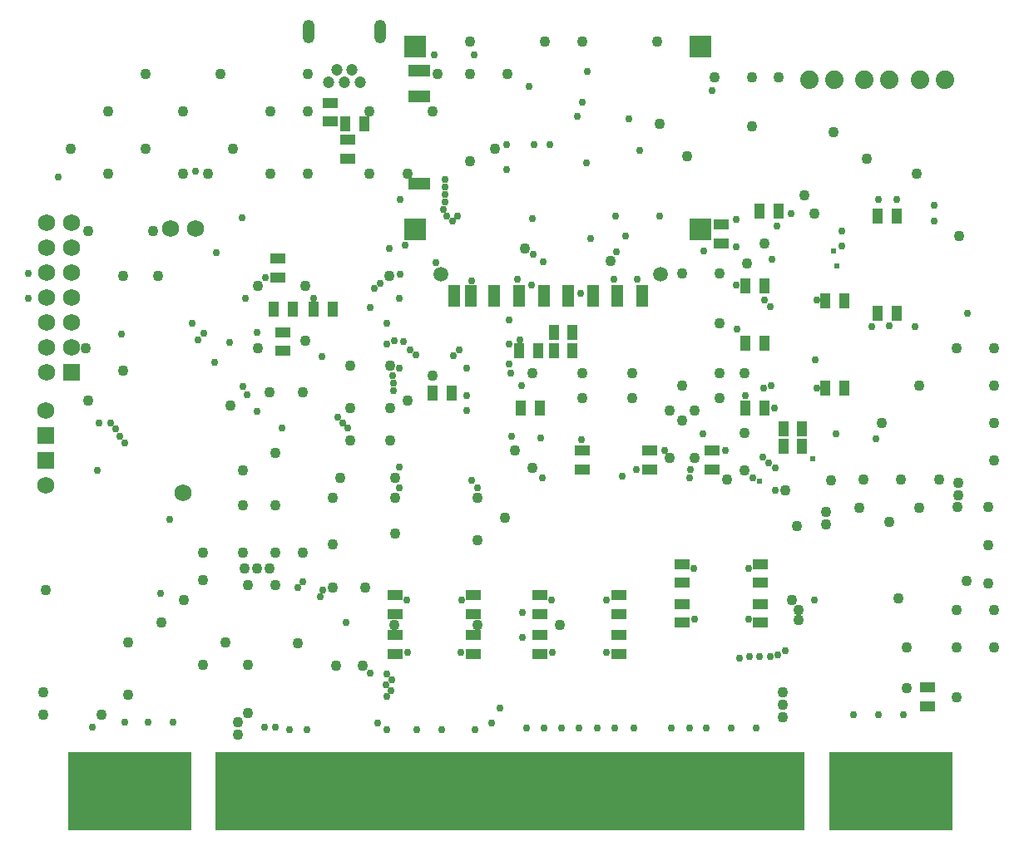
<source format=gbs>
G04 This is an RS-274x file exported by *
G04 gerbv version 2.4.0 *
G04 More information is available about gerbv at *
G04 http://gerbv.gpleda.org/ *
G04 --End of header info--*
%MOIN*%
%FSLAX23Y23*%
%IPPOS*%
G04 --Define apertures--*
%ADD10C,0.0080*%
%ADD11R,0.0680X0.0680*%
%ADD12C,0.0680*%
%ADD13C,0.0474*%
%ADD14O,0.0474X0.0946*%
%ADD15C,0.0740*%
%ADD16R,0.4929X0.3158*%
%ADD17R,2.3630X0.3158*%
%ADD18R,0.0430X0.0630*%
%ADD19R,0.0630X0.0430*%
%ADD20C,0.0592*%
%ADD21R,0.0513X0.0867*%
%ADD22R,0.0867X0.0867*%
%ADD23R,0.0867X0.0474*%
%ADD24C,0.0298*%
%ADD25C,0.0430*%
%ADD26C,0.0237*%
G04 --Start main section--*
G54D11*
G01X03850Y-3850D03*
G54D12*
G01X03850Y-3750D03*
G54D13*
G01X05014Y-2386D03*
G01X05045Y-2434D03*
G01X05077Y-2386D03*
G01X05108Y-2434D03*
G01X04982Y-2434D03*
G54D14*
G01X04901Y-2233D03*
G01X05189Y-2233D03*
G54D11*
G01X03850Y-3950D03*
G54D12*
G01X03850Y-4050D03*
G01X04400Y-4080D03*
G01X04450Y-3020D03*
G01X04350Y-3020D03*
G54D15*
G01X07130Y-2425D03*
G01X07230Y-2425D03*
G01X07353Y-2425D03*
G01X07453Y-2425D03*
G54D11*
G01X03952Y-3599D03*
G54D12*
G01X03852Y-3599D03*
G01X03952Y-3499D03*
G01X03852Y-3499D03*
G01X03952Y-3399D03*
G01X03852Y-3399D03*
G01X03952Y-3299D03*
G01X03852Y-3299D03*
G01X03952Y-3199D03*
G01X03852Y-3199D03*
G01X03952Y-3099D03*
G01X03852Y-3099D03*
G01X03952Y-2999D03*
G01X03852Y-2999D03*
G54D15*
G01X06908Y-2425D03*
G01X07008Y-2425D03*
G54D16*
G01X07236Y-5279D03*
G01X04184Y-5279D03*
G54D17*
G01X05710Y-5279D03*
G54D18*
G01X05884Y-3437D03*
G01X05959Y-3437D03*
G01X05050Y-2602D03*
G01X05125Y-2602D03*
G01X07258Y-3360D03*
G01X07183Y-3360D03*
G01X07183Y-2970D03*
G01X07258Y-2970D03*
G54D19*
G01X06398Y-4602D03*
G01X06398Y-4527D03*
G01X05830Y-4727D03*
G01X05830Y-4652D03*
G01X05248Y-4727D03*
G01X05248Y-4652D03*
G01X06398Y-4367D03*
G01X06398Y-4442D03*
G01X05830Y-4492D03*
G01X05830Y-4567D03*
G01X05248Y-4492D03*
G01X05248Y-4567D03*
G54D18*
G01X06973Y-3310D03*
G01X07048Y-3310D03*
G01X06728Y-3480D03*
G01X06653Y-3480D03*
G54D19*
G01X06270Y-3987D03*
G01X06270Y-3912D03*
G54D18*
G01X05746Y-3512D03*
G01X05821Y-3512D03*
G54D19*
G01X06000Y-3987D03*
G01X06000Y-3912D03*
G01X06520Y-3987D03*
G01X06520Y-3912D03*
G54D18*
G01X06728Y-3740D03*
G01X06653Y-3740D03*
G01X06728Y-3250D03*
G01X06653Y-3250D03*
G54D19*
G01X06555Y-3005D03*
G01X06555Y-3080D03*
G54D18*
G01X05753Y-3740D03*
G01X05828Y-3740D03*
G54D19*
G01X07383Y-4937D03*
G01X07383Y-4862D03*
G54D18*
G01X05475Y-3682D03*
G01X05400Y-3682D03*
G01X06973Y-3660D03*
G01X07048Y-3660D03*
G01X05884Y-3512D03*
G01X05959Y-3512D03*
G01X04763Y-3345D03*
G01X04838Y-3345D03*
G54D19*
G01X04780Y-3142D03*
G01X04780Y-3217D03*
G54D18*
G01X04998Y-3345D03*
G01X04923Y-3345D03*
G54D19*
G01X04798Y-3512D03*
G01X04798Y-3437D03*
G01X05563Y-4492D03*
G01X05563Y-4567D03*
G01X06145Y-4492D03*
G01X06145Y-4567D03*
G01X06713Y-4367D03*
G01X06713Y-4442D03*
G01X06713Y-4602D03*
G01X06713Y-4527D03*
G01X06145Y-4727D03*
G01X06145Y-4652D03*
G01X05563Y-4727D03*
G01X05563Y-4652D03*
G54D20*
G01X05431Y-3205D03*
G01X06313Y-3205D03*
G54D21*
G01X06139Y-3291D03*
G01X06041Y-3291D03*
G01X05942Y-3291D03*
G01X05844Y-3291D03*
G01X05745Y-3291D03*
G01X05647Y-3291D03*
G01X05552Y-3291D03*
G01X05485Y-3291D03*
G01X06238Y-3291D03*
G54D22*
G01X06471Y-3026D03*
G01X06471Y-2291D03*
G01X05329Y-3026D03*
G01X05329Y-2291D03*
G54D23*
G01X05345Y-2843D03*
G01X05345Y-2490D03*
G01X05345Y-2388D03*
G54D18*
G01X06805Y-3825D03*
G01X06880Y-3825D03*
G01X06785Y-2950D03*
G01X06710Y-2950D03*
G01X06805Y-3895D03*
G01X06880Y-3895D03*
G54D19*
G01X05058Y-2665D03*
G01X05058Y-2740D03*
G01X04988Y-2517D03*
G01X04988Y-2592D03*
G54D25*
G01X06996Y-4032D03*
G54D24*
G01X05535Y-3692D03*
G01X06938Y-3307D03*
G01X06938Y-3662D03*
G01X07541Y-3360D03*
G01X07230Y-3413D03*
G54D25*
G01X06400Y-3791D03*
G54D24*
G01X06015Y-2757D03*
G01X05750Y-3469D03*
G01X06724Y-3663D03*
G01X06137Y-3116D03*
G01X05754Y-3650D03*
G01X06751Y-3336D03*
G01X06228Y-2707D03*
G01X06433Y-3987D03*
G01X06215Y-3987D03*
G01X06683Y-4020D03*
G01X05843Y-3155D03*
G01X06614Y-2984D03*
G01X05695Y-2785D03*
G01X07409Y-2929D03*
G01X04347Y-4189D03*
G54D25*
G01X04745Y-3677D03*
G54D24*
G01X05695Y-2686D03*
G01X05705Y-3387D03*
G54D25*
G01X07503Y-4137D03*
G01X07505Y-4090D03*
G01X07505Y-4043D03*
G54D24*
G01X04648Y-3300D03*
G01X05807Y-2686D03*
G01X07184Y-2906D03*
G01X06309Y-2973D03*
G01X06132Y-2973D03*
G01X05799Y-2980D03*
G01X06760Y-3146D03*
G01X06728Y-3307D03*
G01X06756Y-3653D03*
G01X06768Y-3740D03*
G01X05713Y-3602D03*
G01X06428Y-4022D03*
G01X06160Y-4015D03*
G01X05838Y-4022D03*
G01X05715Y-3855D03*
G54D25*
G01X04745Y-4385D03*
G01X04695Y-4385D03*
G01X04645Y-4385D03*
G54D24*
G01X05295Y-4510D03*
G01X05515Y-4510D03*
G01X06095Y-4510D03*
G01X05875Y-4510D03*
G01X06665Y-4385D03*
G01X06445Y-4385D03*
G01X06928Y-4512D03*
G01X04308Y-4485D03*
G54D25*
G01X04658Y-4965D03*
G54D24*
G01X05051Y-4601D03*
G54D25*
G01X07540Y-4435D03*
G01X07265Y-4505D03*
G54D24*
G01X05298Y-4720D03*
G01X06665Y-4587D03*
G01X06448Y-4587D03*
G01X06095Y-4720D03*
G01X05878Y-4720D03*
G01X05513Y-4720D03*
G54D25*
G01X04620Y-5052D03*
G01X04620Y-5002D03*
G54D24*
G01X05404Y-2324D03*
G01X05564Y-2324D03*
G01X04450Y-2790D03*
G01X04483Y-3440D03*
G01X06518Y-2469D03*
G01X06187Y-2581D03*
G01X04435Y-3400D03*
G01X04153Y-3445D03*
G01X05670Y-4945D03*
G01X06630Y-4745D03*
G01X06668Y-4737D03*
G01X07085Y-4970D03*
G01X05635Y-5005D03*
G01X05775Y-5025D03*
G01X05845Y-5025D03*
G01X06595Y-5025D03*
G01X06695Y-5025D03*
G01X05915Y-5025D03*
G01X05985Y-5025D03*
G01X06060Y-5025D03*
G01X06130Y-5025D03*
G01X06205Y-5025D03*
G01X06355Y-5025D03*
G01X06430Y-5025D03*
G01X06495Y-5025D03*
G01X04770Y-5020D03*
G01X05180Y-5005D03*
G01X05570Y-5030D03*
G01X05435Y-5030D03*
G01X05335Y-5030D03*
G01X05215Y-5030D03*
G01X05233Y-4875D03*
G01X04360Y-5000D03*
G01X05215Y-4897D03*
G01X05235Y-4830D03*
G01X04260Y-5000D03*
G01X05213Y-4852D03*
G01X05148Y-4805D03*
G01X05215Y-4807D03*
G01X04165Y-5000D03*
G01X06708Y-4737D03*
G01X07185Y-4970D03*
G01X06753Y-4737D03*
G01X06783Y-4732D03*
G01X07285Y-4970D03*
G01X06813Y-4715D03*
G01X04035Y-5020D03*
G01X05265Y-4060D03*
G01X05580Y-4060D03*
G01X04880Y-4437D03*
G01X04960Y-4470D03*
G01X04858Y-4460D03*
G01X04950Y-4497D03*
G01X04895Y-5030D03*
G01X04825Y-5030D03*
G01X04795Y-3823D03*
G01X04146Y-3854D03*
G01X05310Y-3509D03*
G01X05243Y-3640D03*
G01X05038Y-3800D03*
G01X04128Y-3825D03*
G01X04108Y-3802D03*
G01X05018Y-3777D03*
G01X05240Y-3610D03*
G01X05283Y-3475D03*
G01X05333Y-3528D03*
G01X05243Y-3670D03*
G01X05058Y-3822D03*
G01X04165Y-3882D03*
G01X05535Y-3750D03*
G01X05150Y-3339D03*
G01X05555Y-4032D03*
G01X05265Y-3977D03*
G01X05265Y-3582D03*
G01X05245Y-3472D03*
G01X06773Y-3982D03*
G01X05448Y-2825D03*
G01X03900Y-2815D03*
G54D25*
G01X04180Y-4890D03*
G01X04180Y-4680D03*
G01X03840Y-4880D03*
G01X03840Y-4970D03*
G01X04073Y-4970D03*
G01X04313Y-4602D03*
G01X06650Y-3840D03*
G54D24*
G01X05706Y-3564D03*
G01X05705Y-3484D03*
G54D25*
G01X05800Y-3600D03*
G01X05770Y-3100D03*
G54D24*
G01X06618Y-3426D03*
G54D25*
G01X06811Y-4071D03*
G01X06650Y-3992D03*
G54D24*
G01X06572Y-3910D03*
G54D25*
G01X06976Y-4209D03*
G01X06976Y-4157D03*
G01X06858Y-4216D03*
G54D24*
G01X07016Y-3846D03*
G54D25*
G01X07500Y-4551D03*
G01X07299Y-4701D03*
G01X07299Y-4866D03*
G54D24*
G01X05290Y-3087D03*
G01X05224Y-3102D03*
G01X05795Y-3247D03*
G54D25*
G01X06113Y-3152D03*
G54D24*
G01X06032Y-3060D03*
G01X05803Y-3126D03*
G54D25*
G01X06530Y-2414D03*
G01X05224Y-3213D03*
G01X07626Y-4138D03*
G01X07650Y-3950D03*
G01X07650Y-3800D03*
G01X07650Y-3650D03*
G01X07650Y-3500D03*
G01X07500Y-3500D03*
G01X07350Y-3650D03*
G01X07200Y-3800D03*
G01X04860Y-4685D03*
G01X07626Y-4445D03*
G01X07500Y-4700D03*
G01X07500Y-4900D03*
G01X07650Y-4700D03*
G01X07650Y-4550D03*
G01X07429Y-4028D03*
G01X07276Y-4028D03*
G01X07126Y-4028D03*
G01X07110Y-4140D03*
G01X07348Y-4140D03*
G01X07228Y-4197D03*
G54D24*
G01X07408Y-2990D03*
G54D25*
G01X07626Y-4291D03*
G01X05690Y-4180D03*
G01X05580Y-4270D03*
G01X06680Y-2610D03*
G01X06680Y-2414D03*
G01X06000Y-3600D03*
G01X06400Y-3650D03*
G01X06200Y-3600D03*
G01X06400Y-3200D03*
G01X06000Y-3700D03*
G01X06200Y-3700D03*
G01X05230Y-3570D03*
G54D24*
G01X05265Y-3302D03*
G54D25*
G01X05070Y-3570D03*
G01X05070Y-3740D03*
G01X05230Y-3740D03*
G01X04878Y-4320D03*
G01X04878Y-3677D03*
G01X05250Y-4100D03*
G01X05000Y-4100D03*
G01X05000Y-4287D03*
G01X05030Y-4020D03*
G01X05248Y-4244D03*
G01X05580Y-4100D03*
G01X05300Y-3710D03*
G01X05230Y-3870D03*
G01X05070Y-3870D03*
G54D24*
G01X05868Y-2684D03*
G54D25*
G01X03850Y-4470D03*
G01X04403Y-4512D03*
G01X04890Y-3470D03*
G01X04890Y-3250D03*
G54D24*
G01X05215Y-3402D03*
G01X06486Y-3113D03*
G54D25*
G01X04770Y-4320D03*
G01X04640Y-4320D03*
G01X04480Y-4430D03*
G01X04480Y-4320D03*
G01X04570Y-4680D03*
G01X04660Y-4450D03*
G01X04770Y-4450D03*
G01X06578Y-4027D03*
G01X06730Y-3082D03*
G01X06928Y-2962D03*
G01X06888Y-2887D03*
G01X06865Y-4592D03*
G01X06865Y-4550D03*
G01X06840Y-4510D03*
G01X06000Y-2270D03*
G01X06300Y-2270D03*
G01X05850Y-2270D03*
G01X05550Y-2270D03*
G01X05700Y-2400D03*
G54D24*
G01X06018Y-2392D03*
G01X07332Y-3414D03*
G01X05786Y-2450D03*
G54D25*
G01X04250Y-2400D03*
G01X04550Y-2400D03*
G01X04160Y-3590D03*
G01X04480Y-4770D03*
G01X05650Y-2700D03*
G01X05420Y-2400D03*
G01X05550Y-2400D03*
G01X05550Y-2750D03*
G01X05400Y-2550D03*
G01X05300Y-2800D03*
G01X05145Y-2550D03*
G01X05145Y-2800D03*
G01X04900Y-2400D03*
G01X04600Y-2700D03*
G01X04750Y-2550D03*
G01X04900Y-2550D03*
G01X04750Y-2800D03*
G01X04500Y-2800D03*
G01X04900Y-2800D03*
G01X04280Y-3030D03*
G01X04020Y-3030D03*
G01X04400Y-2800D03*
G01X04100Y-2800D03*
G01X04250Y-2700D03*
G01X03950Y-2700D03*
G01X04400Y-2550D03*
G01X04100Y-2550D03*
G01X05250Y-4020D03*
G01X06420Y-2730D03*
G01X06310Y-2600D03*
G01X06550Y-3700D03*
G01X06550Y-3600D03*
G01X06550Y-3200D03*
G01X06550Y-3400D03*
G01X06450Y-3750D03*
G01X06350Y-3940D03*
G01X06350Y-3750D03*
G01X06660Y-3160D03*
G01X05800Y-3980D03*
G01X05730Y-3910D03*
G01X06450Y-3940D03*
G01X06650Y-3600D03*
G01X07510Y-3050D03*
G01X07140Y-2740D03*
G01X06784Y-2414D03*
G01X07005Y-2635D03*
G01X07340Y-2800D03*
G01X04020Y-3710D03*
G01X04590Y-3730D03*
G01X04770Y-4130D03*
G01X04770Y-3920D03*
G01X04640Y-4130D03*
G01X04640Y-3990D03*
G01X05400Y-3612D03*
G01X04660Y-4770D03*
G01X05013Y-4775D03*
G01X05000Y-4460D03*
G01X05130Y-4460D03*
G01X05120Y-4775D03*
G01X04700Y-3500D03*
G01X04700Y-3250D03*
G01X04160Y-3210D03*
G01X04300Y-3210D03*
G01X04010Y-3500D03*
G54D24*
G01X05759Y-4560D03*
G01X07038Y-3032D03*
G01X07038Y-3092D03*
G01X07174Y-3865D03*
G01X07160Y-3414D03*
G01X07258Y-2906D03*
G01X04697Y-3438D03*
G01X04923Y-3302D03*
G01X04730Y-3217D03*
G01X06617Y-3249D03*
G01X06615Y-3095D03*
G01X06171Y-3051D03*
G01X05831Y-3860D03*
G01X05994Y-3868D03*
G01X06328Y-3911D03*
G01X06482Y-3845D03*
G01X06652Y-3693D03*
G01X05978Y-2570D03*
G01X06000Y-2514D03*
G54D25*
G01X05578Y-4610D03*
G54D24*
G01X05760Y-4660D03*
G54D25*
G01X05245Y-4610D03*
G01X05910Y-4610D03*
G54D24*
G01X05215Y-3485D03*
G01X04525Y-3557D03*
G01X04460Y-3467D03*
G54D25*
G01X06803Y-4980D03*
G01X06803Y-4930D03*
G01X06803Y-4880D03*
G54D24*
G01X04955Y-3535D03*
G01X05535Y-3582D03*
G01X05483Y-3532D03*
G01X05448Y-2915D03*
G01X04635Y-2977D03*
G01X04533Y-3117D03*
G01X06723Y-3937D03*
G01X06835Y-2962D03*
G01X06745Y-3962D03*
G01X05413Y-3157D03*
G01X05500Y-2972D03*
G01X05190Y-3242D03*
G01X04055Y-3992D03*
G01X04063Y-3803D03*
G01X04697Y-3756D03*
G01X04638Y-3655D03*
G01X04656Y-3688D03*
G01X05455Y-2972D03*
G01X04586Y-3478D03*
G01X05478Y-2992D03*
G01X05165Y-3262D03*
G01X05443Y-2945D03*
G01X06778Y-3012D03*
G54D26*
G01X06921Y-3945D03*
G01X06709Y-4035D03*
G01X07018Y-3171D03*
G01X07004Y-3113D03*
G54D24*
G01X05268Y-3205D03*
G01X05268Y-2905D03*
G01X05504Y-3508D03*
G01X06218Y-3225D03*
G01X05555Y-3232D03*
G01X05993Y-3282D03*
G01X05740Y-3225D03*
G01X06125Y-3225D03*
G01X04725Y-5020D03*
G01X06933Y-3547D03*
G01X06772Y-4071D03*
G01X03778Y-3300D03*
G01X05448Y-2855D03*
G01X05448Y-2885D03*
G01X03778Y-3200D03*
M02*

</source>
